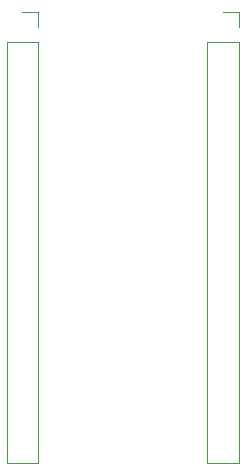
<source format=gbo>
G04 #@! TF.GenerationSoftware,KiCad,Pcbnew,9.0.0-rc1-eb83b2429a~181~ubuntu24.04.1*
G04 #@! TF.CreationDate,2025-01-01T20:17:08+01:00*
G04 #@! TF.ProjectId,Spinne_Werkstatt,5370696e-6e65-45f5-9765-726b73746174,rev?*
G04 #@! TF.SameCoordinates,Original*
G04 #@! TF.FileFunction,Legend,Bot*
G04 #@! TF.FilePolarity,Positive*
%FSLAX46Y46*%
G04 Gerber Fmt 4.6, Leading zero omitted, Abs format (unit mm)*
G04 Created by KiCad (PCBNEW 9.0.0-rc1-eb83b2429a~181~ubuntu24.04.1) date 2025-01-01 20:17:08*
%MOMM*%
%LPD*%
G01*
G04 APERTURE LIST*
%ADD10C,0.120000*%
%ADD11C,0.700000*%
%ADD12O,0.900000X2.400000*%
%ADD13O,0.900000X1.700000*%
%ADD14R,1.700000X1.700000*%
%ADD15O,1.700000X1.700000*%
%ADD16C,1.600000*%
G04 APERTURE END LIST*
D10*
X146670000Y-78770000D02*
X146670000Y-114390000D01*
X149330000Y-76170000D02*
X148000000Y-76170000D01*
X149330000Y-77500000D02*
X149330000Y-76170000D01*
X149330000Y-78770000D02*
X146670000Y-78770000D01*
X149330000Y-78770000D02*
X149330000Y-114390000D01*
X149330000Y-114390000D02*
X146670000Y-114390000D01*
X129670000Y-78770000D02*
X129670000Y-114390000D01*
X132330000Y-76170000D02*
X131000000Y-76170000D01*
X132330000Y-77500000D02*
X132330000Y-76170000D01*
X132330000Y-78770000D02*
X129670000Y-78770000D01*
X132330000Y-78770000D02*
X132330000Y-114390000D01*
X132330000Y-114390000D02*
X129670000Y-114390000D01*
%LPC*%
D11*
X154725000Y-42775000D03*
X153875000Y-42775000D03*
X153025000Y-42775000D03*
X152175000Y-42775000D03*
X151325000Y-42775000D03*
X150475000Y-42775000D03*
X149625000Y-42775000D03*
X148775000Y-42775000D03*
X148775000Y-41425000D03*
X149625000Y-41425000D03*
X150475000Y-41425000D03*
X151325000Y-41425000D03*
X152175000Y-41425000D03*
X153025000Y-41425000D03*
X153875000Y-41425000D03*
X154725000Y-41425000D03*
D12*
X156075000Y-41795000D03*
D13*
X156075000Y-38415000D03*
D12*
X147425000Y-41795000D03*
D13*
X147425000Y-38415000D03*
D14*
X132525000Y-39750000D03*
D15*
X129985000Y-39750000D03*
D14*
X143750000Y-39750000D03*
D15*
X141210000Y-39750000D03*
X138670000Y-39750000D03*
D16*
X156750000Y-53250000D03*
X151750000Y-53250000D03*
D14*
X148000000Y-77500000D03*
D15*
X148000000Y-80040000D03*
X148000000Y-82580000D03*
X148000000Y-85120000D03*
X148000000Y-87660000D03*
X148000000Y-90200000D03*
X148000000Y-92740000D03*
X148000000Y-95280000D03*
X148000000Y-97820000D03*
X148000000Y-100360000D03*
X148000000Y-102900000D03*
X148000000Y-105440000D03*
X148000000Y-107980000D03*
X148000000Y-110520000D03*
X148000000Y-113060000D03*
D14*
X131000000Y-77500000D03*
D15*
X131000000Y-80040000D03*
X131000000Y-82580000D03*
X131000000Y-85120000D03*
X131000000Y-87660000D03*
X131000000Y-90200000D03*
X131000000Y-92740000D03*
X131000000Y-95280000D03*
X131000000Y-97820000D03*
X131000000Y-100360000D03*
X131000000Y-102900000D03*
X131000000Y-105440000D03*
X131000000Y-107980000D03*
X131000000Y-110520000D03*
X131000000Y-113060000D03*
%LPD*%
M02*

</source>
